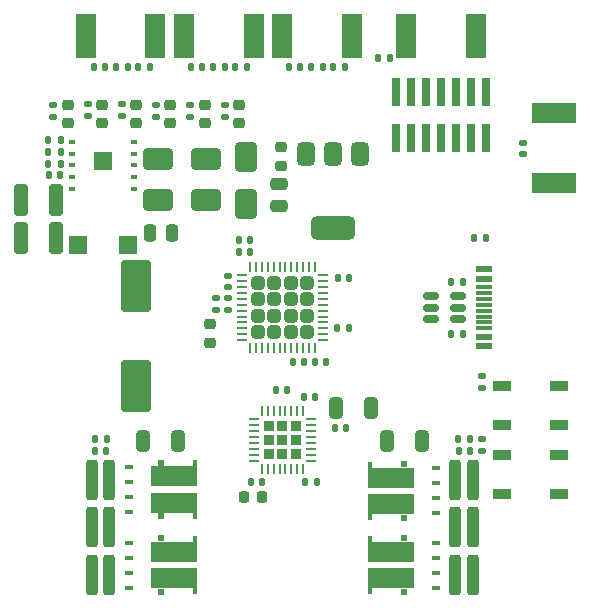
<source format=gbr>
%TF.GenerationSoftware,KiCad,Pcbnew,9.0.1-9.0.1-0~ubuntu22.04.1*%
%TF.CreationDate,2025-04-08T13:36:12+02:00*%
%TF.ProjectId,TMC262_Stepper_Driver,544d4332-3632-45f5-9374-65707065725f,rev?*%
%TF.SameCoordinates,Original*%
%TF.FileFunction,Paste,Top*%
%TF.FilePolarity,Positive*%
%FSLAX46Y46*%
G04 Gerber Fmt 4.6, Leading zero omitted, Abs format (unit mm)*
G04 Created by KiCad (PCBNEW 9.0.1-9.0.1-0~ubuntu22.04.1) date 2025-04-08 13:36:12*
%MOMM*%
%LPD*%
G01*
G04 APERTURE LIST*
G04 Aperture macros list*
%AMRoundRect*
0 Rectangle with rounded corners*
0 $1 Rounding radius*
0 $2 $3 $4 $5 $6 $7 $8 $9 X,Y pos of 4 corners*
0 Add a 4 corners polygon primitive as box body*
4,1,4,$2,$3,$4,$5,$6,$7,$8,$9,$2,$3,0*
0 Add four circle primitives for the rounded corners*
1,1,$1+$1,$2,$3*
1,1,$1+$1,$4,$5*
1,1,$1+$1,$6,$7*
1,1,$1+$1,$8,$9*
0 Add four rect primitives between the rounded corners*
20,1,$1+$1,$2,$3,$4,$5,0*
20,1,$1+$1,$4,$5,$6,$7,0*
20,1,$1+$1,$6,$7,$8,$9,0*
20,1,$1+$1,$8,$9,$2,$3,0*%
G04 Aperture macros list end*
%ADD10RoundRect,0.250000X-0.250000X-1.450000X0.250000X-1.450000X0.250000X1.450000X-0.250000X1.450000X0*%
%ADD11RoundRect,0.140000X-0.140000X-0.170000X0.140000X-0.170000X0.140000X0.170000X-0.140000X0.170000X0*%
%ADD12RoundRect,0.090000X-0.660000X-0.360000X0.660000X-0.360000X0.660000X0.360000X-0.660000X0.360000X0*%
%ADD13RoundRect,0.135000X0.185000X-0.135000X0.185000X0.135000X-0.185000X0.135000X-0.185000X-0.135000X0*%
%ADD14RoundRect,0.140000X0.140000X0.170000X-0.140000X0.170000X-0.140000X-0.170000X0.140000X-0.170000X0*%
%ADD15RoundRect,0.250000X1.000000X-1.950000X1.000000X1.950000X-1.000000X1.950000X-1.000000X-1.950000X0*%
%ADD16RoundRect,0.232500X-0.232500X-0.232500X0.232500X-0.232500X0.232500X0.232500X-0.232500X0.232500X0*%
%ADD17RoundRect,0.062500X-0.375000X-0.062500X0.375000X-0.062500X0.375000X0.062500X-0.375000X0.062500X0*%
%ADD18RoundRect,0.062500X-0.062500X-0.375000X0.062500X-0.375000X0.062500X0.375000X-0.062500X0.375000X0*%
%ADD19RoundRect,0.375000X-0.375000X0.625000X-0.375000X-0.625000X0.375000X-0.625000X0.375000X0.625000X0*%
%ADD20RoundRect,0.500000X-1.400000X0.500000X-1.400000X-0.500000X1.400000X-0.500000X1.400000X0.500000X0*%
%ADD21RoundRect,0.135000X0.135000X0.185000X-0.135000X0.185000X-0.135000X-0.185000X0.135000X-0.185000X0*%
%ADD22R,3.708400X1.701800*%
%ADD23RoundRect,0.140000X0.170000X-0.140000X0.170000X0.140000X-0.170000X0.140000X-0.170000X-0.140000X0*%
%ADD24RoundRect,0.250000X1.000000X0.650000X-1.000000X0.650000X-1.000000X-0.650000X1.000000X-0.650000X0*%
%ADD25RoundRect,0.150000X-0.512500X-0.150000X0.512500X-0.150000X0.512500X0.150000X-0.512500X0.150000X0*%
%ADD26RoundRect,0.135000X-0.135000X-0.185000X0.135000X-0.185000X0.135000X0.185000X-0.135000X0.185000X0*%
%ADD27R,0.720000X0.410000*%
%ADD28R,0.510000X0.585000*%
%ADD29R,0.410000X0.470000*%
%ADD30R,3.990000X1.730000*%
%ADD31RoundRect,0.140000X-0.170000X0.140000X-0.170000X-0.140000X0.170000X-0.140000X0.170000X0.140000X0*%
%ADD32RoundRect,0.218750X0.256250X-0.218750X0.256250X0.218750X-0.256250X0.218750X-0.256250X-0.218750X0*%
%ADD33RoundRect,0.225000X0.225000X0.250000X-0.225000X0.250000X-0.225000X-0.250000X0.225000X-0.250000X0*%
%ADD34RoundRect,0.250000X0.325000X0.650000X-0.325000X0.650000X-0.325000X-0.650000X0.325000X-0.650000X0*%
%ADD35RoundRect,0.250000X-0.325000X-0.650000X0.325000X-0.650000X0.325000X0.650000X-0.325000X0.650000X0*%
%ADD36R,0.740000X2.400000*%
%ADD37RoundRect,0.250000X0.325000X1.100000X-0.325000X1.100000X-0.325000X-1.100000X0.325000X-1.100000X0*%
%ADD38R,1.450000X0.600000*%
%ADD39R,1.450000X0.300000*%
%ADD40R,1.701800X3.708400*%
%ADD41RoundRect,0.250000X-0.315000X-0.315000X0.315000X-0.315000X0.315000X0.315000X-0.315000X0.315000X0*%
%ADD42RoundRect,0.250000X0.250000X1.450000X-0.250000X1.450000X-0.250000X-1.450000X0.250000X-1.450000X0*%
%ADD43RoundRect,0.250000X-0.650000X1.000000X-0.650000X-1.000000X0.650000X-1.000000X0.650000X1.000000X0*%
%ADD44RoundRect,0.250000X0.475000X-0.250000X0.475000X0.250000X-0.475000X0.250000X-0.475000X-0.250000X0*%
%ADD45RoundRect,0.225000X-0.250000X0.225000X-0.250000X-0.225000X0.250000X-0.225000X0.250000X0.225000X0*%
%ADD46RoundRect,0.250000X-0.250000X-0.475000X0.250000X-0.475000X0.250000X0.475000X-0.250000X0.475000X0*%
%ADD47R,0.500000X0.400000*%
%ADD48R,1.500000X1.500000*%
G04 APERTURE END LIST*
D10*
%TO.C,R30*%
X89650000Y-97600000D03*
X91150000Y-97600000D03*
%TD*%
D11*
%TO.C,C22*%
X79440000Y-85200000D03*
X80400000Y-85200000D03*
%TD*%
D12*
%TO.C,D2*%
X93550000Y-87450000D03*
X93550000Y-90750000D03*
X98450000Y-90750000D03*
X98450000Y-87450000D03*
%TD*%
D13*
%TO.C,R25*%
X70400000Y-75220000D03*
X70400000Y-74200000D03*
%TD*%
D14*
%TO.C,C27*%
X60080000Y-87100000D03*
X59120000Y-87100000D03*
%TD*%
D15*
%TO.C,C30*%
X62600000Y-81600000D03*
X62600000Y-73200000D03*
%TD*%
D16*
%TO.C,U4*%
X73850000Y-85050000D03*
X73850000Y-86200000D03*
X73850000Y-87350000D03*
X75000000Y-85050000D03*
X75000000Y-86200000D03*
X75000000Y-87350000D03*
X76150000Y-85050000D03*
X76150000Y-86200000D03*
X76150000Y-87350000D03*
D17*
X72562500Y-84450000D03*
X72562500Y-84950000D03*
X72562500Y-85450000D03*
X72562500Y-85950000D03*
X72562500Y-86450000D03*
X72562500Y-86950000D03*
X72562500Y-87450000D03*
X72562500Y-87950000D03*
D18*
X73250000Y-88637500D03*
X73750000Y-88637500D03*
X74250000Y-88637500D03*
X74750000Y-88637500D03*
X75250000Y-88637500D03*
X75750000Y-88637500D03*
X76250000Y-88637500D03*
X76750000Y-88637500D03*
D17*
X77437500Y-87950000D03*
X77437500Y-87450000D03*
X77437500Y-86950000D03*
X77437500Y-86450000D03*
X77437500Y-85950000D03*
X77437500Y-85450000D03*
X77437500Y-84950000D03*
X77437500Y-84450000D03*
D18*
X76750000Y-83762500D03*
X76250000Y-83762500D03*
X75750000Y-83762500D03*
X75250000Y-83762500D03*
X74750000Y-83762500D03*
X74250000Y-83762500D03*
X73750000Y-83762500D03*
X73250000Y-83762500D03*
%TD*%
D19*
%TO.C,U1*%
X81600000Y-61950000D03*
X79300000Y-61950000D03*
X77000000Y-61950000D03*
D20*
X79300000Y-68250000D03*
%TD*%
D21*
%TO.C,R6*%
X56210000Y-62800000D03*
X55190000Y-62800000D03*
%TD*%
D11*
%TO.C,C31*%
X91240000Y-69100000D03*
X92200000Y-69100000D03*
%TD*%
D22*
%TO.C,SW5*%
X98000000Y-64449999D03*
X98000000Y-58550001D03*
%TD*%
D23*
%TO.C,C19*%
X95400000Y-61980000D03*
X95400000Y-61020000D03*
%TD*%
D13*
%TO.C,R16*%
X67200000Y-58820000D03*
X67200000Y-57800000D03*
%TD*%
D24*
%TO.C,D4*%
X68500000Y-65900000D03*
X64500000Y-65900000D03*
%TD*%
D25*
%TO.C,U5*%
X87562500Y-74050000D03*
X87562500Y-75000000D03*
X87562500Y-75950000D03*
X89837500Y-75950000D03*
X89837500Y-75000000D03*
X89837500Y-74050000D03*
%TD*%
D26*
%TO.C,R18*%
X59090000Y-86100000D03*
X60110000Y-86100000D03*
%TD*%
D10*
%TO.C,R29*%
X89650000Y-93600000D03*
X91150000Y-93600000D03*
%TD*%
D14*
%TO.C,C9*%
X59980000Y-54600000D03*
X59020000Y-54600000D03*
%TD*%
D21*
%TO.C,R22*%
X77900000Y-89800000D03*
X76880000Y-89800000D03*
%TD*%
D27*
%TO.C,Q4*%
X88015000Y-98705000D03*
X88015000Y-97435000D03*
X88015000Y-96165000D03*
X88015000Y-94895000D03*
D28*
X85300000Y-99072500D03*
D29*
X82430000Y-99015000D03*
D30*
X84220000Y-97915000D03*
X84220000Y-95685000D03*
D29*
X82430000Y-94585000D03*
D28*
X85300000Y-94527500D03*
%TD*%
D11*
%TO.C,C4*%
X79700000Y-72500000D03*
X80660000Y-72500000D03*
%TD*%
D31*
%TO.C,C1*%
X70400000Y-72300000D03*
X70400000Y-73260000D03*
%TD*%
D21*
%TO.C,R27*%
X90910000Y-86100000D03*
X89890000Y-86100000D03*
%TD*%
D32*
%TO.C,D5*%
X56800000Y-59400000D03*
X56800000Y-57825000D03*
%TD*%
%TO.C,D9*%
X68400000Y-59400000D03*
X68400000Y-57825000D03*
%TD*%
D33*
%TO.C,C21*%
X73275000Y-91000000D03*
X71725000Y-91000000D03*
%TD*%
D26*
%TO.C,R10*%
X77390000Y-54600000D03*
X78410000Y-54600000D03*
%TD*%
D14*
%TO.C,C20*%
X73280000Y-89800000D03*
X72320000Y-89800000D03*
%TD*%
%TO.C,C24*%
X77780000Y-82600000D03*
X76820000Y-82600000D03*
%TD*%
D11*
%TO.C,C23*%
X74420000Y-82000000D03*
X75380000Y-82000000D03*
%TD*%
D14*
%TO.C,C5*%
X72280000Y-70300000D03*
X71320000Y-70300000D03*
%TD*%
D31*
%TO.C,C15*%
X91900000Y-80820000D03*
X91900000Y-81780000D03*
%TD*%
D34*
%TO.C,C28*%
X86775000Y-86300000D03*
X83825000Y-86300000D03*
%TD*%
D35*
%TO.C,C26*%
X63225000Y-86300000D03*
X66175000Y-86300000D03*
%TD*%
D36*
%TO.C,J2*%
X92210000Y-56750000D03*
X92210000Y-60650000D03*
X90940000Y-56750000D03*
X90940000Y-60650000D03*
X89670000Y-56750000D03*
X89670000Y-60650000D03*
X88400000Y-56750000D03*
X88400000Y-60650000D03*
X87130000Y-56750000D03*
X87130000Y-60650000D03*
X85860000Y-56750000D03*
X85860000Y-60650000D03*
X84590000Y-56750000D03*
X84590000Y-60650000D03*
%TD*%
D26*
%TO.C,R11*%
X83090000Y-53900000D03*
X84110000Y-53900000D03*
%TD*%
D11*
%TO.C,C2*%
X75900000Y-79600000D03*
X76860000Y-79600000D03*
%TD*%
D31*
%TO.C,C16*%
X91900000Y-86140000D03*
X91900000Y-87100000D03*
%TD*%
D10*
%TO.C,R28*%
X89650000Y-89600000D03*
X91150000Y-89600000D03*
%TD*%
D37*
%TO.C,C7*%
X55800000Y-69100000D03*
X52850000Y-69100000D03*
%TD*%
D38*
%TO.C,J3*%
X92055000Y-78250000D03*
X92055000Y-77450000D03*
D39*
X92055000Y-76250000D03*
X92055000Y-75250000D03*
X92055000Y-74750000D03*
X92055000Y-73750000D03*
D38*
X92055000Y-72550000D03*
X92055000Y-71750000D03*
X92055000Y-71750000D03*
X92055000Y-72550000D03*
D39*
X92055000Y-73250000D03*
X92055000Y-74250000D03*
X92055000Y-75750000D03*
X92055000Y-76750000D03*
D38*
X92055000Y-77450000D03*
X92055000Y-78250000D03*
%TD*%
D40*
%TO.C,SW1*%
X64249999Y-52000000D03*
X58350001Y-52000000D03*
%TD*%
D41*
%TO.C,U3*%
X72900000Y-72900000D03*
X72900000Y-74300000D03*
X72900000Y-75700000D03*
X72900000Y-77100000D03*
X74300000Y-72900000D03*
X74300000Y-74300000D03*
X74300000Y-75700000D03*
X74300000Y-77100000D03*
X75700000Y-72900000D03*
X75700000Y-74300000D03*
X75700000Y-75700000D03*
X75700000Y-77100000D03*
X77100000Y-72900000D03*
X77100000Y-74300000D03*
X77100000Y-75700000D03*
X77100000Y-77100000D03*
D17*
X71562500Y-72250000D03*
X71562500Y-72750000D03*
X71562500Y-73250000D03*
X71562500Y-73750000D03*
X71562500Y-74250000D03*
X71562500Y-74750000D03*
X71562500Y-75250000D03*
X71562500Y-75750000D03*
X71562500Y-76250000D03*
X71562500Y-76750000D03*
X71562500Y-77250000D03*
X71562500Y-77750000D03*
D18*
X72250000Y-78437500D03*
X72750000Y-78437500D03*
X73250000Y-78437500D03*
X73750000Y-78437500D03*
X74250000Y-78437500D03*
X74750000Y-78437500D03*
X75250000Y-78437500D03*
X75750000Y-78437500D03*
X76250000Y-78437500D03*
X76750000Y-78437500D03*
X77250000Y-78437500D03*
X77750000Y-78437500D03*
D17*
X78437500Y-77750000D03*
X78437500Y-77250000D03*
X78437500Y-76750000D03*
X78437500Y-76250000D03*
X78437500Y-75750000D03*
X78437500Y-75250000D03*
X78437500Y-74750000D03*
X78437500Y-74250000D03*
X78437500Y-73750000D03*
X78437500Y-73250000D03*
X78437500Y-72750000D03*
X78437500Y-72250000D03*
D18*
X77750000Y-71562500D03*
X77250000Y-71562500D03*
X76750000Y-71562500D03*
X76250000Y-71562500D03*
X75750000Y-71562500D03*
X75250000Y-71562500D03*
X74750000Y-71562500D03*
X74250000Y-71562500D03*
X73750000Y-71562500D03*
X73250000Y-71562500D03*
X72750000Y-71562500D03*
X72250000Y-71562500D03*
%TD*%
D32*
%TO.C,D8*%
X62600000Y-59387500D03*
X62600000Y-57812500D03*
%TD*%
D26*
%TO.C,R9*%
X79290000Y-54600000D03*
X80310000Y-54600000D03*
%TD*%
D42*
%TO.C,R20*%
X60350000Y-93600000D03*
X58850000Y-93600000D03*
%TD*%
D13*
%TO.C,R26*%
X69400000Y-75210000D03*
X69400000Y-74190000D03*
%TD*%
D43*
%TO.C,D11*%
X71900000Y-62200000D03*
X71900000Y-66200000D03*
%TD*%
D13*
%TO.C,R14*%
X64300000Y-58820000D03*
X64300000Y-57800000D03*
%TD*%
D42*
%TO.C,R19*%
X60350000Y-89600000D03*
X58850000Y-89600000D03*
%TD*%
D44*
%TO.C,C13*%
X74700000Y-66400000D03*
X74700000Y-64500000D03*
%TD*%
D42*
%TO.C,R21*%
X60350000Y-97600000D03*
X58850000Y-97600000D03*
%TD*%
D40*
%TO.C,SW2*%
X72549999Y-52000000D03*
X66650001Y-52000000D03*
%TD*%
D13*
%TO.C,R13*%
X58500000Y-58807500D03*
X58500000Y-57787500D03*
%TD*%
D26*
%TO.C,R5*%
X55190000Y-61800000D03*
X56210000Y-61800000D03*
%TD*%
D32*
%TO.C,D7*%
X65500000Y-59400000D03*
X65500000Y-57825000D03*
%TD*%
D26*
%TO.C,R8*%
X79590000Y-76750000D03*
X80610000Y-76750000D03*
%TD*%
D32*
%TO.C,D6*%
X59700000Y-59387500D03*
X59700000Y-57812500D03*
%TD*%
D45*
%TO.C,C12*%
X74900000Y-61425000D03*
X74900000Y-62975000D03*
%TD*%
D13*
%TO.C,R17*%
X70100000Y-58820000D03*
X70100000Y-57800000D03*
%TD*%
D24*
%TO.C,D12*%
X68500000Y-62400000D03*
X64500000Y-62400000D03*
%TD*%
D40*
%TO.C,SW3*%
X91349999Y-52000000D03*
X85450001Y-52000000D03*
%TD*%
D11*
%TO.C,C29*%
X89920000Y-87100000D03*
X90880000Y-87100000D03*
%TD*%
D40*
%TO.C,SW4*%
X80849999Y-52000000D03*
X74950001Y-52000000D03*
%TD*%
D32*
%TO.C,D10*%
X71300000Y-59400000D03*
X71300000Y-57825000D03*
%TD*%
D14*
%TO.C,C3*%
X78700000Y-79600000D03*
X77740000Y-79600000D03*
%TD*%
D13*
%TO.C,R15*%
X61400000Y-58807500D03*
X61400000Y-57787500D03*
%TD*%
D26*
%TO.C,R1*%
X62790000Y-54600000D03*
X63810000Y-54600000D03*
%TD*%
D14*
%TO.C,C14*%
X56180000Y-63800000D03*
X55220000Y-63800000D03*
%TD*%
D21*
%TO.C,R7*%
X56210000Y-60800000D03*
X55190000Y-60800000D03*
%TD*%
D12*
%TO.C,D1*%
X93550000Y-81650000D03*
X93550000Y-84950000D03*
X98450000Y-84950000D03*
X98450000Y-81650000D03*
%TD*%
D27*
%TO.C,Q3*%
X88015000Y-92405000D03*
X88015000Y-91135000D03*
X88015000Y-89865000D03*
X88015000Y-88595000D03*
D28*
X85300000Y-92772500D03*
D29*
X82430000Y-92715000D03*
D30*
X84220000Y-91615000D03*
X84220000Y-89385000D03*
D29*
X82430000Y-88285000D03*
D28*
X85300000Y-88227500D03*
%TD*%
D26*
%TO.C,R2*%
X70990000Y-54600000D03*
X72010000Y-54600000D03*
%TD*%
D27*
%TO.C,Q2*%
X61985000Y-88495000D03*
X61985000Y-89765000D03*
X61985000Y-91035000D03*
X61985000Y-92305000D03*
D28*
X64700000Y-88127500D03*
D29*
X67570000Y-88185000D03*
D30*
X65780000Y-89285000D03*
X65780000Y-91515000D03*
D29*
X67570000Y-92615000D03*
D28*
X64700000Y-92672500D03*
%TD*%
D37*
%TO.C,C8*%
X55800000Y-65900000D03*
X52850000Y-65900000D03*
%TD*%
D21*
%TO.C,R24*%
X90310000Y-72800000D03*
X89290000Y-72800000D03*
%TD*%
D46*
%TO.C,C11*%
X63750000Y-68700000D03*
X65650000Y-68700000D03*
%TD*%
D47*
%TO.C,U2*%
X57200000Y-60950000D03*
X57200000Y-61950000D03*
X57200000Y-62950000D03*
X57200000Y-63950000D03*
X57200000Y-64950000D03*
D48*
X57700000Y-69700000D03*
X61900000Y-69700000D03*
D47*
X62400000Y-64950000D03*
X62400000Y-63950000D03*
X62400000Y-62950000D03*
X62400000Y-61950000D03*
X62400000Y-60950000D03*
D48*
X59800000Y-62550000D03*
%TD*%
D35*
%TO.C,C25*%
X79525000Y-83500000D03*
X82475000Y-83500000D03*
%TD*%
D26*
%TO.C,R4*%
X69090000Y-54600000D03*
X70110000Y-54600000D03*
%TD*%
D27*
%TO.C,Q1*%
X61985000Y-94895000D03*
X61985000Y-96165000D03*
X61985000Y-97435000D03*
X61985000Y-98705000D03*
D28*
X64700000Y-94527500D03*
D29*
X67570000Y-94585000D03*
D30*
X65780000Y-95685000D03*
X65780000Y-97915000D03*
D29*
X67570000Y-99015000D03*
D28*
X64700000Y-99072500D03*
%TD*%
D26*
%TO.C,R3*%
X60890000Y-54600000D03*
X61910000Y-54600000D03*
%TD*%
D32*
%TO.C,D13*%
X68900000Y-77987500D03*
X68900000Y-76412500D03*
%TD*%
D13*
%TO.C,R12*%
X55600000Y-58820000D03*
X55600000Y-57800000D03*
%TD*%
D14*
%TO.C,C6*%
X72280000Y-69300000D03*
X71320000Y-69300000D03*
%TD*%
%TO.C,C18*%
X76500000Y-54600000D03*
X75540000Y-54600000D03*
%TD*%
D26*
%TO.C,R23*%
X89290000Y-77200000D03*
X90310000Y-77200000D03*
%TD*%
D14*
%TO.C,C10*%
X68180000Y-54600000D03*
X67220000Y-54600000D03*
%TD*%
M02*

</source>
